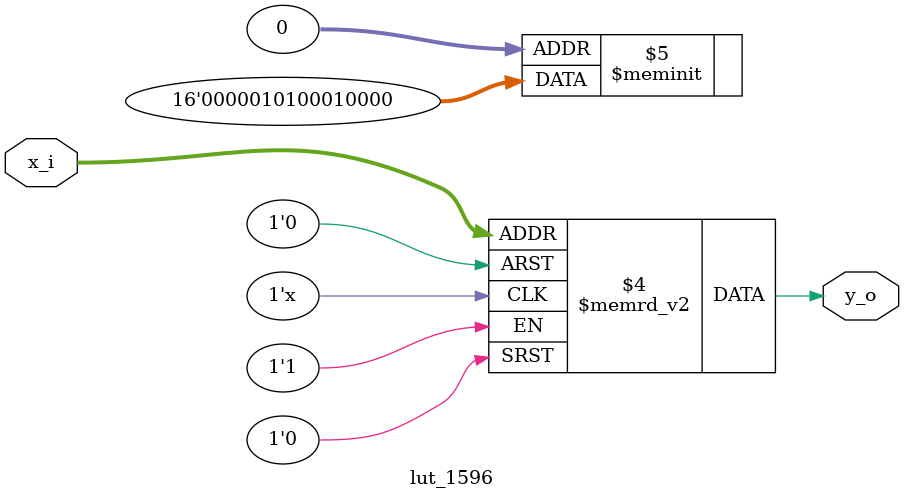
<source format=sv>

module lut_1596
(
    input   logic [3:0]     x_i,
    output  logic           y_o
);


// --- define combinatorial logic ---
always_comb begin
    y_o = 1'b0;   // default y state
    case(x_i)
        4'b0000 :   y_o = 1'b0;
        4'b0001 :   y_o = 1'b0;
        4'b0010 :   y_o = 1'b0;
        4'b0011 :   y_o = 1'b0;
        4'b0100 :   y_o = 1'b1;
        4'b0101 :   y_o = 1'b0;
        4'b0110 :   y_o = 1'b0;
        4'b0111 :   y_o = 1'b0;
        4'b1000 :   y_o = 1'b1;
        4'b1001 :   y_o = 1'b0;
        4'b1010 :   y_o = 1'b1;
        4'b1011 :   y_o = 1'b0;
        4'b1100 :   y_o = 1'b0;
        4'b1101 :   y_o = 1'b0;
        4'b1110 :   y_o = 1'b0;
        4'b1111 :   y_o = 1'b0;
    endcase
        
end

endmodule
</source>
